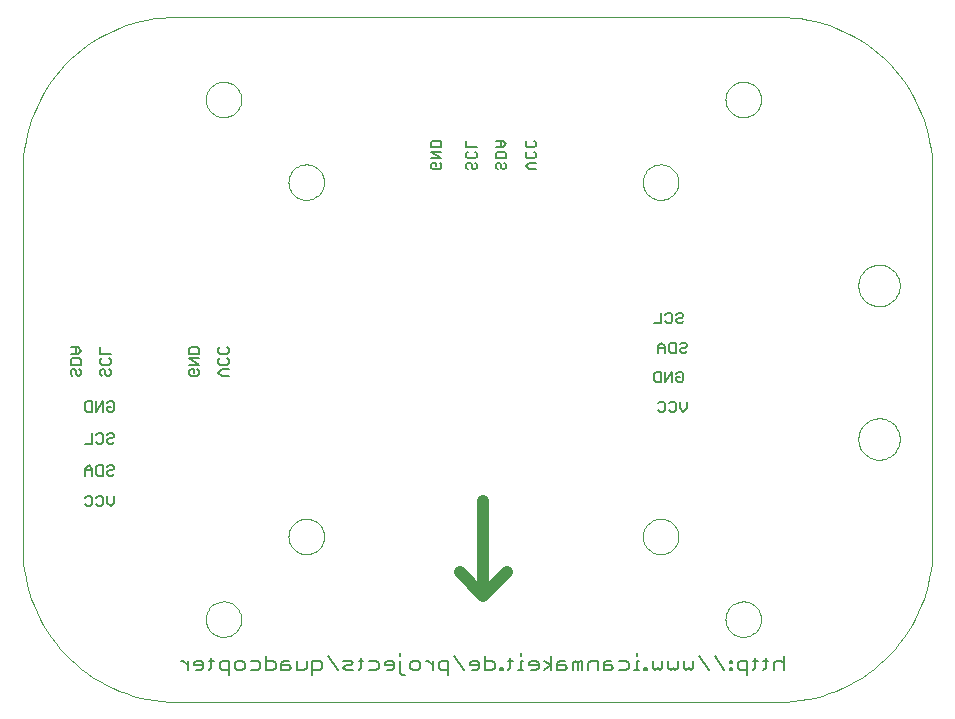
<source format=gbo>
G75*
G70*
%OFA0B0*%
%FSLAX24Y24*%
%IPPOS*%
%LPD*%
%AMOC8*
5,1,8,0,0,1.08239X$1,22.5*
%
%ADD10C,0.0000*%
%ADD11C,0.0080*%
%ADD12C,0.0060*%
%ADD13C,0.0400*%
D10*
X005298Y000180D02*
X025377Y000180D01*
X023605Y002936D02*
X023607Y002984D01*
X023613Y003032D01*
X023623Y003079D01*
X023636Y003125D01*
X023654Y003170D01*
X023674Y003214D01*
X023699Y003256D01*
X023727Y003295D01*
X023757Y003332D01*
X023791Y003366D01*
X023828Y003398D01*
X023866Y003427D01*
X023907Y003452D01*
X023950Y003474D01*
X023995Y003492D01*
X024041Y003506D01*
X024088Y003517D01*
X024136Y003524D01*
X024184Y003527D01*
X024232Y003526D01*
X024280Y003521D01*
X024328Y003512D01*
X024374Y003500D01*
X024419Y003483D01*
X024463Y003463D01*
X024505Y003440D01*
X024545Y003413D01*
X024583Y003383D01*
X024618Y003350D01*
X024650Y003314D01*
X024680Y003276D01*
X024706Y003235D01*
X024728Y003192D01*
X024748Y003148D01*
X024763Y003103D01*
X024775Y003056D01*
X024783Y003008D01*
X024787Y002960D01*
X024787Y002912D01*
X024783Y002864D01*
X024775Y002816D01*
X024763Y002769D01*
X024748Y002724D01*
X024728Y002680D01*
X024706Y002637D01*
X024680Y002596D01*
X024650Y002558D01*
X024618Y002522D01*
X024583Y002489D01*
X024545Y002459D01*
X024505Y002432D01*
X024463Y002409D01*
X024419Y002389D01*
X024374Y002372D01*
X024328Y002360D01*
X024280Y002351D01*
X024232Y002346D01*
X024184Y002345D01*
X024136Y002348D01*
X024088Y002355D01*
X024041Y002366D01*
X023995Y002380D01*
X023950Y002398D01*
X023907Y002420D01*
X023866Y002445D01*
X023828Y002474D01*
X023791Y002506D01*
X023757Y002540D01*
X023727Y002577D01*
X023699Y002616D01*
X023674Y002658D01*
X023654Y002702D01*
X023636Y002747D01*
X023623Y002793D01*
X023613Y002840D01*
X023607Y002888D01*
X023605Y002936D01*
X025377Y000180D02*
X025621Y000186D01*
X025863Y000203D01*
X026105Y000232D01*
X026346Y000272D01*
X026584Y000324D01*
X026819Y000387D01*
X027051Y000461D01*
X027279Y000547D01*
X027503Y000643D01*
X027722Y000749D01*
X027936Y000866D01*
X028144Y000992D01*
X028346Y001129D01*
X028541Y001275D01*
X028729Y001430D01*
X028909Y001594D01*
X029081Y001766D01*
X029245Y001946D01*
X029400Y002134D01*
X029546Y002329D01*
X029683Y002531D01*
X029809Y002739D01*
X029926Y002953D01*
X030032Y003172D01*
X030128Y003396D01*
X030214Y003624D01*
X030288Y003856D01*
X030351Y004091D01*
X030403Y004329D01*
X030443Y004570D01*
X030472Y004812D01*
X030489Y005054D01*
X030495Y005298D01*
X030495Y017897D01*
X028034Y014058D02*
X028036Y014110D01*
X028042Y014162D01*
X028052Y014213D01*
X028065Y014263D01*
X028083Y014313D01*
X028104Y014360D01*
X028128Y014406D01*
X028157Y014450D01*
X028188Y014492D01*
X028222Y014531D01*
X028259Y014568D01*
X028299Y014601D01*
X028342Y014632D01*
X028386Y014659D01*
X028432Y014683D01*
X028481Y014703D01*
X028530Y014719D01*
X028581Y014732D01*
X028632Y014741D01*
X028684Y014746D01*
X028736Y014747D01*
X028788Y014744D01*
X028840Y014737D01*
X028891Y014726D01*
X028941Y014712D01*
X028990Y014693D01*
X029037Y014671D01*
X029082Y014646D01*
X029126Y014617D01*
X029167Y014585D01*
X029206Y014550D01*
X029241Y014512D01*
X029274Y014471D01*
X029304Y014429D01*
X029330Y014384D01*
X029353Y014337D01*
X029372Y014288D01*
X029388Y014238D01*
X029400Y014188D01*
X029408Y014136D01*
X029412Y014084D01*
X029412Y014032D01*
X029408Y013980D01*
X029400Y013928D01*
X029388Y013878D01*
X029372Y013828D01*
X029353Y013779D01*
X029330Y013732D01*
X029304Y013687D01*
X029274Y013645D01*
X029241Y013604D01*
X029206Y013566D01*
X029167Y013531D01*
X029126Y013499D01*
X029082Y013470D01*
X029037Y013445D01*
X028990Y013423D01*
X028941Y013404D01*
X028891Y013390D01*
X028840Y013379D01*
X028788Y013372D01*
X028736Y013369D01*
X028684Y013370D01*
X028632Y013375D01*
X028581Y013384D01*
X028530Y013397D01*
X028481Y013413D01*
X028432Y013433D01*
X028386Y013457D01*
X028342Y013484D01*
X028299Y013515D01*
X028259Y013548D01*
X028222Y013585D01*
X028188Y013624D01*
X028157Y013666D01*
X028128Y013710D01*
X028104Y013756D01*
X028083Y013803D01*
X028065Y013853D01*
X028052Y013903D01*
X028042Y013954D01*
X028036Y014006D01*
X028034Y014058D01*
X030495Y017897D02*
X030489Y018141D01*
X030472Y018383D01*
X030443Y018625D01*
X030403Y018866D01*
X030351Y019104D01*
X030288Y019339D01*
X030214Y019571D01*
X030128Y019799D01*
X030032Y020023D01*
X029926Y020242D01*
X029809Y020456D01*
X029683Y020664D01*
X029546Y020866D01*
X029400Y021061D01*
X029245Y021249D01*
X029081Y021429D01*
X028909Y021601D01*
X028729Y021765D01*
X028541Y021920D01*
X028346Y022066D01*
X028144Y022203D01*
X027936Y022329D01*
X027722Y022446D01*
X027503Y022552D01*
X027279Y022648D01*
X027051Y022734D01*
X026819Y022808D01*
X026584Y022871D01*
X026346Y022923D01*
X026105Y022963D01*
X025863Y022992D01*
X025621Y023009D01*
X025377Y023015D01*
X005298Y023015D01*
X006282Y020259D02*
X006284Y020307D01*
X006290Y020355D01*
X006300Y020402D01*
X006313Y020448D01*
X006331Y020493D01*
X006351Y020537D01*
X006376Y020579D01*
X006404Y020618D01*
X006434Y020655D01*
X006468Y020689D01*
X006505Y020721D01*
X006543Y020750D01*
X006584Y020775D01*
X006627Y020797D01*
X006672Y020815D01*
X006718Y020829D01*
X006765Y020840D01*
X006813Y020847D01*
X006861Y020850D01*
X006909Y020849D01*
X006957Y020844D01*
X007005Y020835D01*
X007051Y020823D01*
X007096Y020806D01*
X007140Y020786D01*
X007182Y020763D01*
X007222Y020736D01*
X007260Y020706D01*
X007295Y020673D01*
X007327Y020637D01*
X007357Y020599D01*
X007383Y020558D01*
X007405Y020515D01*
X007425Y020471D01*
X007440Y020426D01*
X007452Y020379D01*
X007460Y020331D01*
X007464Y020283D01*
X007464Y020235D01*
X007460Y020187D01*
X007452Y020139D01*
X007440Y020092D01*
X007425Y020047D01*
X007405Y020003D01*
X007383Y019960D01*
X007357Y019919D01*
X007327Y019881D01*
X007295Y019845D01*
X007260Y019812D01*
X007222Y019782D01*
X007182Y019755D01*
X007140Y019732D01*
X007096Y019712D01*
X007051Y019695D01*
X007005Y019683D01*
X006957Y019674D01*
X006909Y019669D01*
X006861Y019668D01*
X006813Y019671D01*
X006765Y019678D01*
X006718Y019689D01*
X006672Y019703D01*
X006627Y019721D01*
X006584Y019743D01*
X006543Y019768D01*
X006505Y019797D01*
X006468Y019829D01*
X006434Y019863D01*
X006404Y019900D01*
X006376Y019939D01*
X006351Y019981D01*
X006331Y020025D01*
X006313Y020070D01*
X006300Y020116D01*
X006290Y020163D01*
X006284Y020211D01*
X006282Y020259D01*
X005298Y023015D02*
X005054Y023009D01*
X004812Y022992D01*
X004570Y022963D01*
X004329Y022923D01*
X004091Y022871D01*
X003856Y022808D01*
X003624Y022734D01*
X003396Y022648D01*
X003172Y022552D01*
X002953Y022446D01*
X002739Y022329D01*
X002531Y022203D01*
X002329Y022066D01*
X002134Y021920D01*
X001946Y021765D01*
X001766Y021601D01*
X001594Y021429D01*
X001430Y021249D01*
X001275Y021061D01*
X001129Y020866D01*
X000992Y020664D01*
X000866Y020456D01*
X000749Y020242D01*
X000643Y020023D01*
X000547Y019799D01*
X000461Y019571D01*
X000387Y019339D01*
X000324Y019104D01*
X000272Y018866D01*
X000232Y018625D01*
X000203Y018383D01*
X000186Y018141D01*
X000180Y017897D01*
X000180Y005298D01*
X000186Y005054D01*
X000203Y004812D01*
X000232Y004570D01*
X000272Y004329D01*
X000324Y004091D01*
X000387Y003856D01*
X000461Y003624D01*
X000547Y003396D01*
X000643Y003172D01*
X000749Y002953D01*
X000866Y002739D01*
X000992Y002531D01*
X001129Y002329D01*
X001275Y002134D01*
X001430Y001946D01*
X001594Y001766D01*
X001766Y001594D01*
X001946Y001430D01*
X002134Y001275D01*
X002329Y001129D01*
X002531Y000992D01*
X002739Y000866D01*
X002953Y000749D01*
X003172Y000643D01*
X003396Y000547D01*
X003624Y000461D01*
X003856Y000387D01*
X004091Y000324D01*
X004329Y000272D01*
X004570Y000232D01*
X004812Y000203D01*
X005054Y000186D01*
X005298Y000180D01*
X006282Y002936D02*
X006284Y002984D01*
X006290Y003032D01*
X006300Y003079D01*
X006313Y003125D01*
X006331Y003170D01*
X006351Y003214D01*
X006376Y003256D01*
X006404Y003295D01*
X006434Y003332D01*
X006468Y003366D01*
X006505Y003398D01*
X006543Y003427D01*
X006584Y003452D01*
X006627Y003474D01*
X006672Y003492D01*
X006718Y003506D01*
X006765Y003517D01*
X006813Y003524D01*
X006861Y003527D01*
X006909Y003526D01*
X006957Y003521D01*
X007005Y003512D01*
X007051Y003500D01*
X007096Y003483D01*
X007140Y003463D01*
X007182Y003440D01*
X007222Y003413D01*
X007260Y003383D01*
X007295Y003350D01*
X007327Y003314D01*
X007357Y003276D01*
X007383Y003235D01*
X007405Y003192D01*
X007425Y003148D01*
X007440Y003103D01*
X007452Y003056D01*
X007460Y003008D01*
X007464Y002960D01*
X007464Y002912D01*
X007460Y002864D01*
X007452Y002816D01*
X007440Y002769D01*
X007425Y002724D01*
X007405Y002680D01*
X007383Y002637D01*
X007357Y002596D01*
X007327Y002558D01*
X007295Y002522D01*
X007260Y002489D01*
X007222Y002459D01*
X007182Y002432D01*
X007140Y002409D01*
X007096Y002389D01*
X007051Y002372D01*
X007005Y002360D01*
X006957Y002351D01*
X006909Y002346D01*
X006861Y002345D01*
X006813Y002348D01*
X006765Y002355D01*
X006718Y002366D01*
X006672Y002380D01*
X006627Y002398D01*
X006584Y002420D01*
X006543Y002445D01*
X006505Y002474D01*
X006468Y002506D01*
X006434Y002540D01*
X006404Y002577D01*
X006376Y002616D01*
X006351Y002658D01*
X006331Y002702D01*
X006313Y002747D01*
X006300Y002793D01*
X006290Y002840D01*
X006284Y002888D01*
X006282Y002936D01*
X009038Y005692D02*
X009040Y005740D01*
X009046Y005788D01*
X009056Y005835D01*
X009069Y005881D01*
X009087Y005926D01*
X009107Y005970D01*
X009132Y006012D01*
X009160Y006051D01*
X009190Y006088D01*
X009224Y006122D01*
X009261Y006154D01*
X009299Y006183D01*
X009340Y006208D01*
X009383Y006230D01*
X009428Y006248D01*
X009474Y006262D01*
X009521Y006273D01*
X009569Y006280D01*
X009617Y006283D01*
X009665Y006282D01*
X009713Y006277D01*
X009761Y006268D01*
X009807Y006256D01*
X009852Y006239D01*
X009896Y006219D01*
X009938Y006196D01*
X009978Y006169D01*
X010016Y006139D01*
X010051Y006106D01*
X010083Y006070D01*
X010113Y006032D01*
X010139Y005991D01*
X010161Y005948D01*
X010181Y005904D01*
X010196Y005859D01*
X010208Y005812D01*
X010216Y005764D01*
X010220Y005716D01*
X010220Y005668D01*
X010216Y005620D01*
X010208Y005572D01*
X010196Y005525D01*
X010181Y005480D01*
X010161Y005436D01*
X010139Y005393D01*
X010113Y005352D01*
X010083Y005314D01*
X010051Y005278D01*
X010016Y005245D01*
X009978Y005215D01*
X009938Y005188D01*
X009896Y005165D01*
X009852Y005145D01*
X009807Y005128D01*
X009761Y005116D01*
X009713Y005107D01*
X009665Y005102D01*
X009617Y005101D01*
X009569Y005104D01*
X009521Y005111D01*
X009474Y005122D01*
X009428Y005136D01*
X009383Y005154D01*
X009340Y005176D01*
X009299Y005201D01*
X009261Y005230D01*
X009224Y005262D01*
X009190Y005296D01*
X009160Y005333D01*
X009132Y005372D01*
X009107Y005414D01*
X009087Y005458D01*
X009069Y005503D01*
X009056Y005549D01*
X009046Y005596D01*
X009040Y005644D01*
X009038Y005692D01*
X020849Y005692D02*
X020851Y005740D01*
X020857Y005788D01*
X020867Y005835D01*
X020880Y005881D01*
X020898Y005926D01*
X020918Y005970D01*
X020943Y006012D01*
X020971Y006051D01*
X021001Y006088D01*
X021035Y006122D01*
X021072Y006154D01*
X021110Y006183D01*
X021151Y006208D01*
X021194Y006230D01*
X021239Y006248D01*
X021285Y006262D01*
X021332Y006273D01*
X021380Y006280D01*
X021428Y006283D01*
X021476Y006282D01*
X021524Y006277D01*
X021572Y006268D01*
X021618Y006256D01*
X021663Y006239D01*
X021707Y006219D01*
X021749Y006196D01*
X021789Y006169D01*
X021827Y006139D01*
X021862Y006106D01*
X021894Y006070D01*
X021924Y006032D01*
X021950Y005991D01*
X021972Y005948D01*
X021992Y005904D01*
X022007Y005859D01*
X022019Y005812D01*
X022027Y005764D01*
X022031Y005716D01*
X022031Y005668D01*
X022027Y005620D01*
X022019Y005572D01*
X022007Y005525D01*
X021992Y005480D01*
X021972Y005436D01*
X021950Y005393D01*
X021924Y005352D01*
X021894Y005314D01*
X021862Y005278D01*
X021827Y005245D01*
X021789Y005215D01*
X021749Y005188D01*
X021707Y005165D01*
X021663Y005145D01*
X021618Y005128D01*
X021572Y005116D01*
X021524Y005107D01*
X021476Y005102D01*
X021428Y005101D01*
X021380Y005104D01*
X021332Y005111D01*
X021285Y005122D01*
X021239Y005136D01*
X021194Y005154D01*
X021151Y005176D01*
X021110Y005201D01*
X021072Y005230D01*
X021035Y005262D01*
X021001Y005296D01*
X020971Y005333D01*
X020943Y005372D01*
X020918Y005414D01*
X020898Y005458D01*
X020880Y005503D01*
X020867Y005549D01*
X020857Y005596D01*
X020851Y005644D01*
X020849Y005692D01*
X028034Y008940D02*
X028036Y008992D01*
X028042Y009044D01*
X028052Y009095D01*
X028065Y009145D01*
X028083Y009195D01*
X028104Y009242D01*
X028128Y009288D01*
X028157Y009332D01*
X028188Y009374D01*
X028222Y009413D01*
X028259Y009450D01*
X028299Y009483D01*
X028342Y009514D01*
X028386Y009541D01*
X028432Y009565D01*
X028481Y009585D01*
X028530Y009601D01*
X028581Y009614D01*
X028632Y009623D01*
X028684Y009628D01*
X028736Y009629D01*
X028788Y009626D01*
X028840Y009619D01*
X028891Y009608D01*
X028941Y009594D01*
X028990Y009575D01*
X029037Y009553D01*
X029082Y009528D01*
X029126Y009499D01*
X029167Y009467D01*
X029206Y009432D01*
X029241Y009394D01*
X029274Y009353D01*
X029304Y009311D01*
X029330Y009266D01*
X029353Y009219D01*
X029372Y009170D01*
X029388Y009120D01*
X029400Y009070D01*
X029408Y009018D01*
X029412Y008966D01*
X029412Y008914D01*
X029408Y008862D01*
X029400Y008810D01*
X029388Y008760D01*
X029372Y008710D01*
X029353Y008661D01*
X029330Y008614D01*
X029304Y008569D01*
X029274Y008527D01*
X029241Y008486D01*
X029206Y008448D01*
X029167Y008413D01*
X029126Y008381D01*
X029082Y008352D01*
X029037Y008327D01*
X028990Y008305D01*
X028941Y008286D01*
X028891Y008272D01*
X028840Y008261D01*
X028788Y008254D01*
X028736Y008251D01*
X028684Y008252D01*
X028632Y008257D01*
X028581Y008266D01*
X028530Y008279D01*
X028481Y008295D01*
X028432Y008315D01*
X028386Y008339D01*
X028342Y008366D01*
X028299Y008397D01*
X028259Y008430D01*
X028222Y008467D01*
X028188Y008506D01*
X028157Y008548D01*
X028128Y008592D01*
X028104Y008638D01*
X028083Y008685D01*
X028065Y008735D01*
X028052Y008785D01*
X028042Y008836D01*
X028036Y008888D01*
X028034Y008940D01*
X020849Y017503D02*
X020851Y017551D01*
X020857Y017599D01*
X020867Y017646D01*
X020880Y017692D01*
X020898Y017737D01*
X020918Y017781D01*
X020943Y017823D01*
X020971Y017862D01*
X021001Y017899D01*
X021035Y017933D01*
X021072Y017965D01*
X021110Y017994D01*
X021151Y018019D01*
X021194Y018041D01*
X021239Y018059D01*
X021285Y018073D01*
X021332Y018084D01*
X021380Y018091D01*
X021428Y018094D01*
X021476Y018093D01*
X021524Y018088D01*
X021572Y018079D01*
X021618Y018067D01*
X021663Y018050D01*
X021707Y018030D01*
X021749Y018007D01*
X021789Y017980D01*
X021827Y017950D01*
X021862Y017917D01*
X021894Y017881D01*
X021924Y017843D01*
X021950Y017802D01*
X021972Y017759D01*
X021992Y017715D01*
X022007Y017670D01*
X022019Y017623D01*
X022027Y017575D01*
X022031Y017527D01*
X022031Y017479D01*
X022027Y017431D01*
X022019Y017383D01*
X022007Y017336D01*
X021992Y017291D01*
X021972Y017247D01*
X021950Y017204D01*
X021924Y017163D01*
X021894Y017125D01*
X021862Y017089D01*
X021827Y017056D01*
X021789Y017026D01*
X021749Y016999D01*
X021707Y016976D01*
X021663Y016956D01*
X021618Y016939D01*
X021572Y016927D01*
X021524Y016918D01*
X021476Y016913D01*
X021428Y016912D01*
X021380Y016915D01*
X021332Y016922D01*
X021285Y016933D01*
X021239Y016947D01*
X021194Y016965D01*
X021151Y016987D01*
X021110Y017012D01*
X021072Y017041D01*
X021035Y017073D01*
X021001Y017107D01*
X020971Y017144D01*
X020943Y017183D01*
X020918Y017225D01*
X020898Y017269D01*
X020880Y017314D01*
X020867Y017360D01*
X020857Y017407D01*
X020851Y017455D01*
X020849Y017503D01*
X023605Y020259D02*
X023607Y020307D01*
X023613Y020355D01*
X023623Y020402D01*
X023636Y020448D01*
X023654Y020493D01*
X023674Y020537D01*
X023699Y020579D01*
X023727Y020618D01*
X023757Y020655D01*
X023791Y020689D01*
X023828Y020721D01*
X023866Y020750D01*
X023907Y020775D01*
X023950Y020797D01*
X023995Y020815D01*
X024041Y020829D01*
X024088Y020840D01*
X024136Y020847D01*
X024184Y020850D01*
X024232Y020849D01*
X024280Y020844D01*
X024328Y020835D01*
X024374Y020823D01*
X024419Y020806D01*
X024463Y020786D01*
X024505Y020763D01*
X024545Y020736D01*
X024583Y020706D01*
X024618Y020673D01*
X024650Y020637D01*
X024680Y020599D01*
X024706Y020558D01*
X024728Y020515D01*
X024748Y020471D01*
X024763Y020426D01*
X024775Y020379D01*
X024783Y020331D01*
X024787Y020283D01*
X024787Y020235D01*
X024783Y020187D01*
X024775Y020139D01*
X024763Y020092D01*
X024748Y020047D01*
X024728Y020003D01*
X024706Y019960D01*
X024680Y019919D01*
X024650Y019881D01*
X024618Y019845D01*
X024583Y019812D01*
X024545Y019782D01*
X024505Y019755D01*
X024463Y019732D01*
X024419Y019712D01*
X024374Y019695D01*
X024328Y019683D01*
X024280Y019674D01*
X024232Y019669D01*
X024184Y019668D01*
X024136Y019671D01*
X024088Y019678D01*
X024041Y019689D01*
X023995Y019703D01*
X023950Y019721D01*
X023907Y019743D01*
X023866Y019768D01*
X023828Y019797D01*
X023791Y019829D01*
X023757Y019863D01*
X023727Y019900D01*
X023699Y019939D01*
X023674Y019981D01*
X023654Y020025D01*
X023636Y020070D01*
X023623Y020116D01*
X023613Y020163D01*
X023607Y020211D01*
X023605Y020259D01*
X009038Y017503D02*
X009040Y017551D01*
X009046Y017599D01*
X009056Y017646D01*
X009069Y017692D01*
X009087Y017737D01*
X009107Y017781D01*
X009132Y017823D01*
X009160Y017862D01*
X009190Y017899D01*
X009224Y017933D01*
X009261Y017965D01*
X009299Y017994D01*
X009340Y018019D01*
X009383Y018041D01*
X009428Y018059D01*
X009474Y018073D01*
X009521Y018084D01*
X009569Y018091D01*
X009617Y018094D01*
X009665Y018093D01*
X009713Y018088D01*
X009761Y018079D01*
X009807Y018067D01*
X009852Y018050D01*
X009896Y018030D01*
X009938Y018007D01*
X009978Y017980D01*
X010016Y017950D01*
X010051Y017917D01*
X010083Y017881D01*
X010113Y017843D01*
X010139Y017802D01*
X010161Y017759D01*
X010181Y017715D01*
X010196Y017670D01*
X010208Y017623D01*
X010216Y017575D01*
X010220Y017527D01*
X010220Y017479D01*
X010216Y017431D01*
X010208Y017383D01*
X010196Y017336D01*
X010181Y017291D01*
X010161Y017247D01*
X010139Y017204D01*
X010113Y017163D01*
X010083Y017125D01*
X010051Y017089D01*
X010016Y017056D01*
X009978Y017026D01*
X009938Y016999D01*
X009896Y016976D01*
X009852Y016956D01*
X009807Y016939D01*
X009761Y016927D01*
X009713Y016918D01*
X009665Y016913D01*
X009617Y016912D01*
X009569Y016915D01*
X009521Y016922D01*
X009474Y016933D01*
X009428Y016947D01*
X009383Y016965D01*
X009340Y016987D01*
X009299Y017012D01*
X009261Y017041D01*
X009224Y017073D01*
X009190Y017107D01*
X009160Y017144D01*
X009132Y017183D01*
X009107Y017225D01*
X009087Y017269D01*
X009069Y017314D01*
X009056Y017360D01*
X009046Y017407D01*
X009040Y017455D01*
X009038Y017503D01*
D11*
X008290Y001715D02*
X008290Y001235D01*
X008530Y001235D01*
X008610Y001315D01*
X008610Y001475D01*
X008530Y001555D01*
X008290Y001555D01*
X008094Y001475D02*
X008094Y001315D01*
X008014Y001235D01*
X007774Y001235D01*
X007579Y001315D02*
X007579Y001475D01*
X007498Y001555D01*
X007338Y001555D01*
X007258Y001475D01*
X007258Y001315D01*
X007338Y001235D01*
X007498Y001235D01*
X007579Y001315D01*
X007774Y001555D02*
X008014Y001555D01*
X008094Y001475D01*
X008805Y001475D02*
X008805Y001235D01*
X009045Y001235D01*
X009125Y001315D01*
X009045Y001395D01*
X008805Y001395D01*
X008805Y001475D02*
X008885Y001555D01*
X009045Y001555D01*
X009321Y001555D02*
X009321Y001235D01*
X009561Y001235D01*
X009641Y001315D01*
X009641Y001555D01*
X009836Y001555D02*
X010077Y001555D01*
X010157Y001475D01*
X010157Y001315D01*
X010077Y001235D01*
X009836Y001235D01*
X009836Y001075D02*
X009836Y001555D01*
X010352Y001715D02*
X010672Y001235D01*
X010868Y001315D02*
X010948Y001395D01*
X011108Y001395D01*
X011188Y001475D01*
X011108Y001555D01*
X010868Y001555D01*
X010868Y001315D02*
X010948Y001235D01*
X011188Y001235D01*
X011372Y001235D02*
X011452Y001315D01*
X011452Y001635D01*
X011532Y001555D02*
X011372Y001555D01*
X011727Y001555D02*
X011967Y001555D01*
X012047Y001475D01*
X012047Y001315D01*
X011967Y001235D01*
X011727Y001235D01*
X012243Y001395D02*
X012563Y001395D01*
X012563Y001475D02*
X012483Y001555D01*
X012323Y001555D01*
X012243Y001475D01*
X012243Y001395D01*
X012323Y001235D02*
X012483Y001235D01*
X012563Y001315D01*
X012563Y001475D01*
X012747Y001555D02*
X012747Y001155D01*
X012827Y001075D01*
X012907Y001075D01*
X013102Y001315D02*
X013102Y001475D01*
X013182Y001555D01*
X013342Y001555D01*
X013422Y001475D01*
X013422Y001315D01*
X013342Y001235D01*
X013182Y001235D01*
X013102Y001315D01*
X012747Y001715D02*
X012747Y001795D01*
X013612Y001555D02*
X013692Y001555D01*
X013852Y001395D01*
X013852Y001235D02*
X013852Y001555D01*
X014048Y001475D02*
X014048Y001315D01*
X014128Y001235D01*
X014368Y001235D01*
X014368Y001075D02*
X014368Y001555D01*
X014128Y001555D01*
X014048Y001475D01*
X014563Y001715D02*
X014883Y001235D01*
X015079Y001395D02*
X015399Y001395D01*
X015399Y001475D02*
X015319Y001555D01*
X015159Y001555D01*
X015079Y001475D01*
X015079Y001395D01*
X015159Y001235D02*
X015319Y001235D01*
X015399Y001315D01*
X015399Y001475D01*
X015594Y001555D02*
X015835Y001555D01*
X015915Y001475D01*
X015915Y001315D01*
X015835Y001235D01*
X015594Y001235D01*
X015594Y001715D01*
X016092Y001315D02*
X016092Y001235D01*
X016173Y001235D01*
X016173Y001315D01*
X016092Y001315D01*
X016356Y001235D02*
X016436Y001315D01*
X016436Y001635D01*
X016516Y001555D02*
X016356Y001555D01*
X016780Y001555D02*
X016780Y001235D01*
X016860Y001235D02*
X016700Y001235D01*
X016780Y001555D02*
X016860Y001555D01*
X016780Y001715D02*
X016780Y001795D01*
X017055Y001475D02*
X017055Y001395D01*
X017376Y001395D01*
X017376Y001475D02*
X017296Y001555D01*
X017135Y001555D01*
X017055Y001475D01*
X017135Y001235D02*
X017296Y001235D01*
X017376Y001315D01*
X017376Y001475D01*
X017565Y001555D02*
X017805Y001395D01*
X017565Y001235D01*
X017805Y001235D02*
X017805Y001715D01*
X018001Y001475D02*
X018001Y001235D01*
X018241Y001235D01*
X018321Y001315D01*
X018241Y001395D01*
X018001Y001395D01*
X018001Y001475D02*
X018081Y001555D01*
X018241Y001555D01*
X018516Y001475D02*
X018516Y001235D01*
X018677Y001235D02*
X018677Y001475D01*
X018596Y001555D01*
X018516Y001475D01*
X018677Y001475D02*
X018757Y001555D01*
X018837Y001555D01*
X018837Y001235D01*
X019032Y001235D02*
X019032Y001475D01*
X019112Y001555D01*
X019352Y001555D01*
X019352Y001235D01*
X019548Y001235D02*
X019788Y001235D01*
X019868Y001315D01*
X019788Y001395D01*
X019548Y001395D01*
X019548Y001475D02*
X019548Y001235D01*
X019548Y001475D02*
X019628Y001555D01*
X019788Y001555D01*
X020063Y001555D02*
X020304Y001555D01*
X020384Y001475D01*
X020384Y001315D01*
X020304Y001235D01*
X020063Y001235D01*
X020567Y001235D02*
X020727Y001235D01*
X020647Y001235D02*
X020647Y001555D01*
X020727Y001555D01*
X020647Y001715D02*
X020647Y001795D01*
X020905Y001315D02*
X020905Y001235D01*
X020985Y001235D01*
X020985Y001315D01*
X020905Y001315D01*
X021181Y001315D02*
X021181Y001555D01*
X021181Y001315D02*
X021261Y001235D01*
X021341Y001315D01*
X021421Y001235D01*
X021501Y001315D01*
X021501Y001555D01*
X021696Y001555D02*
X021696Y001315D01*
X021776Y001235D01*
X021856Y001315D01*
X021936Y001235D01*
X022016Y001315D01*
X022016Y001555D01*
X022212Y001555D02*
X022212Y001315D01*
X022292Y001235D01*
X022372Y001315D01*
X022452Y001235D01*
X022532Y001315D01*
X022532Y001555D01*
X022727Y001715D02*
X023048Y001235D01*
X023563Y001235D02*
X023243Y001715D01*
X023741Y001555D02*
X023741Y001475D01*
X023821Y001475D01*
X023821Y001555D01*
X023741Y001555D01*
X023741Y001315D02*
X023741Y001235D01*
X023821Y001235D01*
X023821Y001315D01*
X023741Y001315D01*
X024017Y001315D02*
X024017Y001475D01*
X024097Y001555D01*
X024337Y001555D01*
X024337Y001075D01*
X024337Y001235D02*
X024097Y001235D01*
X024017Y001315D01*
X024520Y001235D02*
X024601Y001315D01*
X024601Y001635D01*
X024681Y001555D02*
X024520Y001555D01*
X024864Y001555D02*
X025024Y001555D01*
X024944Y001635D02*
X024944Y001315D01*
X024864Y001235D01*
X025220Y001235D02*
X025220Y001475D01*
X025300Y001555D01*
X025460Y001555D01*
X025540Y001475D01*
X025540Y001715D02*
X025540Y001235D01*
X007063Y001235D02*
X006823Y001235D01*
X006743Y001315D01*
X006743Y001475D01*
X006823Y001555D01*
X007063Y001555D01*
X007063Y001075D01*
X006467Y001315D02*
X006387Y001235D01*
X006467Y001315D02*
X006467Y001635D01*
X006547Y001555D02*
X006387Y001555D01*
X006203Y001475D02*
X006123Y001555D01*
X005963Y001555D01*
X005883Y001475D01*
X005883Y001395D01*
X006203Y001395D01*
X006203Y001315D02*
X006203Y001475D01*
X006203Y001315D02*
X006123Y001235D01*
X005963Y001235D01*
X005688Y001235D02*
X005688Y001555D01*
X005688Y001395D02*
X005528Y001555D01*
X005448Y001555D01*
D12*
X003110Y006703D02*
X002997Y006816D01*
X002997Y007043D01*
X002997Y006816D01*
X003110Y006703D01*
X003223Y006816D01*
X003223Y007043D01*
X003223Y006816D01*
X003110Y006703D01*
X002855Y006760D02*
X002798Y006703D01*
X002685Y006703D01*
X002628Y006760D01*
X002685Y006703D01*
X002798Y006703D01*
X002855Y006760D01*
X002855Y006986D01*
X002798Y007043D01*
X002685Y007043D01*
X002628Y006986D01*
X002685Y007043D01*
X002798Y007043D01*
X002855Y006986D01*
X002855Y006760D01*
X002487Y006760D02*
X002487Y006986D01*
X002430Y007043D01*
X002317Y007043D01*
X002260Y006986D01*
X002317Y007043D01*
X002430Y007043D01*
X002487Y006986D01*
X002487Y006760D01*
X002430Y006703D01*
X002317Y006703D01*
X002260Y006760D01*
X002317Y006703D01*
X002430Y006703D01*
X002487Y006760D01*
X002487Y007723D02*
X002487Y007950D01*
X002373Y008064D01*
X002260Y007950D01*
X002260Y007723D01*
X002260Y007950D01*
X002373Y008064D01*
X002487Y007950D01*
X002487Y007723D01*
X002628Y007780D02*
X002628Y008007D01*
X002685Y008064D01*
X002855Y008064D01*
X002855Y007723D01*
X002685Y007723D01*
X002628Y007780D01*
X002628Y008007D01*
X002685Y008064D01*
X002855Y008064D01*
X002855Y007723D01*
X002685Y007723D01*
X002628Y007780D01*
X002487Y007894D02*
X002260Y007894D01*
X002487Y007894D01*
X002997Y007837D02*
X002997Y007780D01*
X003053Y007723D01*
X003167Y007723D01*
X003223Y007780D01*
X003167Y007723D01*
X003053Y007723D01*
X002997Y007780D01*
X002997Y007837D01*
X003053Y007894D01*
X003167Y007894D01*
X003223Y007950D01*
X003223Y008007D01*
X003167Y008064D01*
X003053Y008064D01*
X002997Y008007D01*
X003053Y008064D01*
X003167Y008064D01*
X003223Y008007D01*
X003223Y007950D01*
X003167Y007894D01*
X003053Y007894D01*
X002997Y007837D01*
X003053Y008790D02*
X003167Y008790D01*
X003223Y008846D01*
X003167Y008960D02*
X003053Y008960D01*
X002997Y008903D01*
X002997Y008846D01*
X003053Y008790D01*
X003167Y008960D02*
X003223Y009016D01*
X003223Y009073D01*
X003167Y009130D01*
X003053Y009130D01*
X002997Y009073D01*
X002855Y009073D02*
X002855Y008846D01*
X002798Y008790D01*
X002685Y008790D01*
X002628Y008846D01*
X002487Y008790D02*
X002260Y008790D01*
X002487Y008790D02*
X002487Y009130D01*
X002628Y009073D02*
X002685Y009130D01*
X002798Y009130D01*
X002855Y009073D01*
X002855Y009853D02*
X002855Y010193D01*
X002628Y009853D01*
X002628Y010193D01*
X002487Y010193D02*
X002317Y010193D01*
X002260Y010136D01*
X002260Y009909D01*
X002317Y009853D01*
X002487Y009853D01*
X002487Y010193D01*
X002997Y010136D02*
X003053Y010193D01*
X003167Y010193D01*
X003223Y010136D01*
X003223Y009909D01*
X003167Y009853D01*
X003053Y009853D01*
X002997Y009909D01*
X002997Y010023D01*
X003110Y010023D01*
X003049Y011037D02*
X002993Y011037D01*
X002936Y011093D01*
X002936Y011207D01*
X002879Y011264D01*
X002823Y011264D01*
X002766Y011207D01*
X002766Y011093D01*
X002823Y011037D01*
X003049Y011037D02*
X003106Y011093D01*
X003106Y011207D01*
X003049Y011264D01*
X003049Y011405D02*
X002823Y011405D01*
X002766Y011462D01*
X002766Y011575D01*
X002823Y011632D01*
X002766Y011773D02*
X002766Y012000D01*
X002766Y011773D02*
X003106Y011773D01*
X003049Y011632D02*
X003106Y011575D01*
X003106Y011462D01*
X003049Y011405D01*
X002122Y011405D02*
X002122Y011575D01*
X002065Y011632D01*
X001838Y011632D01*
X001782Y011575D01*
X001782Y011405D01*
X002122Y011405D01*
X002065Y011264D02*
X002122Y011207D01*
X002122Y011093D01*
X002065Y011037D01*
X002009Y011037D01*
X001952Y011093D01*
X001952Y011207D01*
X001895Y011264D01*
X001838Y011264D01*
X001782Y011207D01*
X001782Y011093D01*
X001838Y011037D01*
X001782Y011773D02*
X002009Y011773D01*
X002122Y011887D01*
X002009Y012000D01*
X001782Y012000D01*
X001952Y012000D02*
X001952Y011773D01*
X005719Y011773D02*
X005719Y011944D01*
X005775Y012000D01*
X006002Y012000D01*
X006059Y011944D01*
X006059Y011773D01*
X005719Y011773D01*
X005719Y011632D02*
X006059Y011632D01*
X006059Y011405D02*
X005719Y011405D01*
X005775Y011264D02*
X005889Y011264D01*
X005889Y011150D01*
X006002Y011037D02*
X005775Y011037D01*
X005719Y011093D01*
X005719Y011207D01*
X005775Y011264D01*
X006002Y011264D02*
X006059Y011207D01*
X006059Y011093D01*
X006002Y011037D01*
X006059Y011405D02*
X005719Y011632D01*
X006703Y011575D02*
X006760Y011632D01*
X006703Y011575D02*
X006703Y011462D01*
X006760Y011405D01*
X006986Y011405D01*
X007043Y011462D01*
X007043Y011575D01*
X006986Y011632D01*
X006986Y011773D02*
X006760Y011773D01*
X006703Y011830D01*
X006703Y011944D01*
X006760Y012000D01*
X006986Y012000D02*
X007043Y011944D01*
X007043Y011830D01*
X006986Y011773D01*
X007043Y011264D02*
X006816Y011264D01*
X006703Y011150D01*
X006816Y011037D01*
X007043Y011037D01*
X013846Y017927D02*
X013790Y017983D01*
X013790Y018097D01*
X013846Y018153D01*
X013960Y018153D01*
X013960Y018040D01*
X014073Y018153D02*
X014130Y018097D01*
X014130Y017983D01*
X014073Y017927D01*
X013846Y017927D01*
X013790Y018295D02*
X014130Y018295D01*
X013790Y018522D01*
X014130Y018522D01*
X014130Y018663D02*
X014130Y018833D01*
X014073Y018890D01*
X013846Y018890D01*
X013790Y018833D01*
X013790Y018663D01*
X014130Y018663D01*
X014971Y018663D02*
X014971Y018890D01*
X014971Y018663D02*
X015311Y018663D01*
X015254Y018522D02*
X015311Y018465D01*
X015311Y018352D01*
X015254Y018295D01*
X015027Y018295D01*
X014971Y018352D01*
X014971Y018465D01*
X015027Y018522D01*
X015027Y018153D02*
X014971Y018097D01*
X014971Y017983D01*
X015027Y017927D01*
X015141Y017983D02*
X015141Y018097D01*
X015084Y018153D01*
X015027Y018153D01*
X015141Y017983D02*
X015197Y017927D01*
X015254Y017927D01*
X015311Y017983D01*
X015311Y018097D01*
X015254Y018153D01*
X015955Y018097D02*
X015955Y017983D01*
X016012Y017927D01*
X016125Y017983D02*
X016125Y018097D01*
X016068Y018153D01*
X016012Y018153D01*
X015955Y018097D01*
X015955Y018295D02*
X015955Y018465D01*
X016012Y018522D01*
X016238Y018522D01*
X016295Y018465D01*
X016295Y018295D01*
X015955Y018295D01*
X016238Y018153D02*
X016295Y018097D01*
X016295Y017983D01*
X016238Y017927D01*
X016182Y017927D01*
X016125Y017983D01*
X016125Y018663D02*
X016125Y018890D01*
X016182Y018890D02*
X015955Y018890D01*
X016182Y018890D02*
X016295Y018777D01*
X016182Y018663D01*
X015955Y018663D01*
X016939Y018720D02*
X016939Y018833D01*
X016996Y018890D01*
X016939Y018720D02*
X016996Y018663D01*
X017223Y018663D01*
X017279Y018720D01*
X017279Y018833D01*
X017223Y018890D01*
X017223Y018522D02*
X017279Y018465D01*
X017279Y018352D01*
X017223Y018295D01*
X016996Y018295D01*
X016939Y018352D01*
X016939Y018465D01*
X016996Y018522D01*
X017053Y018153D02*
X017279Y018153D01*
X017053Y018153D02*
X016939Y018040D01*
X017053Y017927D01*
X017279Y017927D01*
X021461Y013149D02*
X021461Y012808D01*
X021234Y012808D01*
X021602Y012865D02*
X021659Y012808D01*
X021772Y012808D01*
X021829Y012865D01*
X021829Y013092D01*
X021772Y013149D01*
X021659Y013149D01*
X021602Y013092D01*
X021970Y013092D02*
X022027Y013149D01*
X022141Y013149D01*
X022197Y013092D01*
X022197Y013035D01*
X022141Y012979D01*
X022027Y012979D01*
X021970Y012922D01*
X021970Y012865D01*
X022027Y012808D01*
X022141Y012808D01*
X022197Y012865D01*
X022148Y012158D02*
X022091Y012101D01*
X022148Y012158D02*
X022261Y012158D01*
X022318Y012101D01*
X022318Y012045D01*
X022261Y011988D01*
X022148Y011988D01*
X022091Y011931D01*
X022091Y011875D01*
X022148Y011818D01*
X022261Y011818D01*
X022318Y011875D01*
X021950Y011818D02*
X021779Y011818D01*
X021723Y011875D01*
X021723Y012101D01*
X021779Y012158D01*
X021950Y012158D01*
X021950Y011818D01*
X021581Y011818D02*
X021581Y012045D01*
X021468Y012158D01*
X021354Y012045D01*
X021354Y011818D01*
X021354Y011988D02*
X021581Y011988D01*
X021602Y011180D02*
X021602Y010840D01*
X021829Y011180D01*
X021829Y010840D01*
X021970Y010897D02*
X021970Y011010D01*
X022084Y011010D01*
X022197Y010897D02*
X022141Y010840D01*
X022027Y010840D01*
X021970Y010897D01*
X021970Y011123D02*
X022027Y011180D01*
X022141Y011180D01*
X022197Y011123D01*
X022197Y010897D01*
X022091Y010190D02*
X022091Y009963D01*
X022205Y009849D01*
X022318Y009963D01*
X022318Y010190D01*
X021950Y010133D02*
X021950Y009906D01*
X021893Y009849D01*
X021779Y009849D01*
X021723Y009906D01*
X021581Y009906D02*
X021525Y009849D01*
X021411Y009849D01*
X021354Y009906D01*
X021354Y010133D02*
X021411Y010190D01*
X021525Y010190D01*
X021581Y010133D01*
X021581Y009906D01*
X021723Y010133D02*
X021779Y010190D01*
X021893Y010190D01*
X021950Y010133D01*
X021461Y010840D02*
X021290Y010840D01*
X021234Y010897D01*
X021234Y011123D01*
X021290Y011180D01*
X021461Y011180D01*
X021461Y010840D01*
D13*
X015534Y006873D02*
X015534Y003723D01*
X014747Y004511D01*
X015534Y003723D02*
X016322Y004511D01*
M02*

</source>
